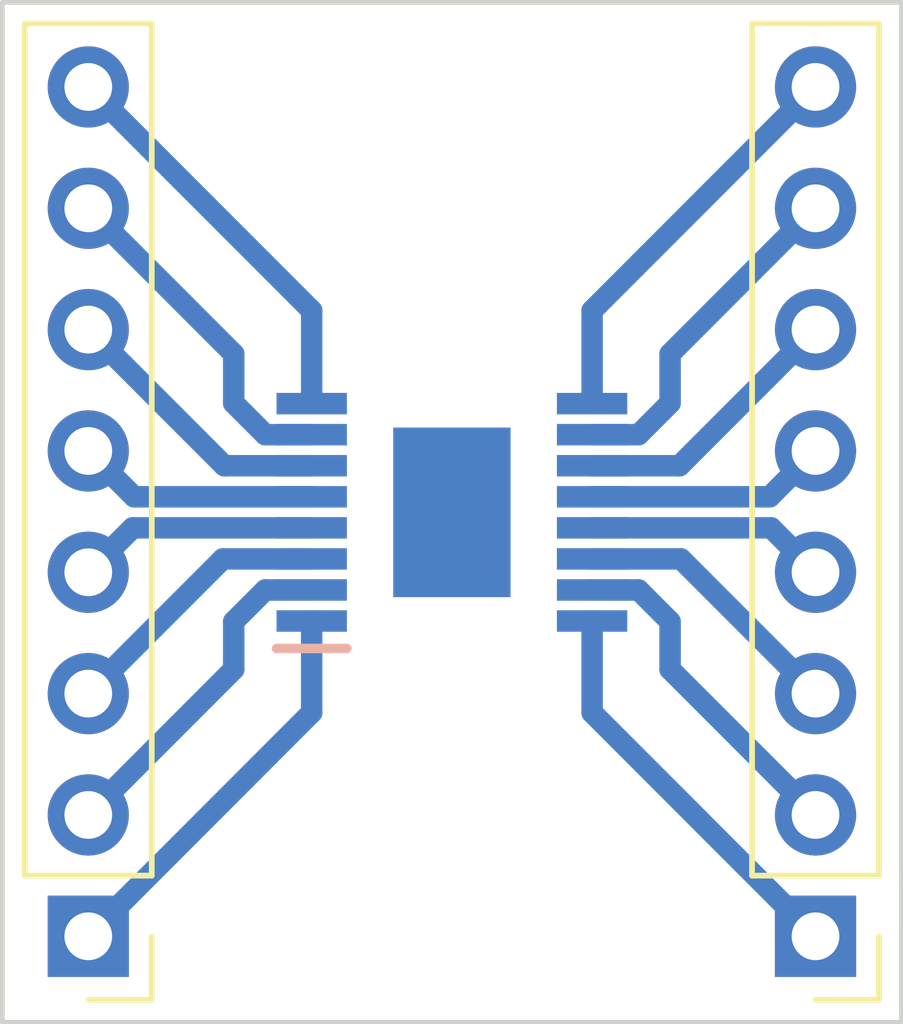
<source format=kicad_pcb>
(kicad_pcb (version 20240108) (generator "pcbnew") (generator_version "8.0")
  (layers (0 "F.Cu" signal) (31 "B.Cu" signal) (34 "B.Paste" user) (35 "F.Paste" user) (36 "B.SilkS" user "B.Silkscreen") (37 "F.SilkS" user "F.Silkscreen") (38 "B.Mask" user) (39 "F.Mask" user) (44 "Edge.Cuts" user))
  (net 0 "")
  (net 1 "GND")
  (net 2 "Net-(IC1-CPH)")
  (net 3 "Net-(IC1-VM)")
  (net 4 "Net-(IC1-PMODE)")
  (net 5 "Net-(IC1-GND)")
  (net 6 "Net-(IC1-PGND)")
  (net 7 "Net-(IC1-CPL)")
  (net 8 "Net-(IC1-VCP)")
  (net 9 "Net-(IC1-OUT2)")
  (net 10 "Net-(IC1-NFAULT)")
  (net 11 "Net-(IC1-IPROPI)")
  (net 12 "Net-(IC1-EN{slash}IN1)")
  (net 13 "Net-(IC1-PH{slash}IN2)")
  (net 14 "Net-(IC1-IMODE)")
  (net 15 "Net-(IC1-NSLEEP)")
  (net 16 "Net-(IC1-VREF)")
  (net 17 "Net-(IC1-OUT1)")
  (footprint "Connector_PinHeader_2.54mm:PinHeader_1x08_P2.54mm_Vertical" (layer "F.Cu") (at 157.988 97.536 180)
    (property "Reference" "J2" (hide yes))
    (property "Value" "Conn_01x08_Pin" (hide yes))
    (fp_line (start 1.33 1.27) (end 1.33 19.11) (stroke (width 0.12)) (layer "F.SilkS"))
    (fp_line (start -1.33 19.11) (end 1.33 19.11) (stroke (width 0.12)) (layer "F.SilkS"))
    (fp_line (start -1.33 1.27) (end 1.33 1.27) (stroke (width 0.12)) (layer "F.SilkS"))
    (fp_line (start -1.33 1.27) (end -1.33 19.11) (stroke (width 0.12)) (layer "F.SilkS"))
    (fp_line (start -1.33 0) (end -1.33 -1.33) (stroke (width 0.12)) (layer "F.SilkS"))
    (fp_line (start -1.33 -1.33) (end 0 -1.33) (stroke (width 0.12)) (layer "F.SilkS"))
    (pad "1" thru_hole rect (at 0 0 180) (size 1.7 1.7) (drill 1) (layers "*.Cu" "*.Mask") (net 12 "Net-(IC1-EN{slash}IN1)"))
    (pad "2" thru_hole oval (at 0 2.54 180) (size 1.7 1.7) (drill 1) (layers "*.Cu" "*.Mask") (net 13 "Net-(IC1-PH{slash}IN2)"))
    (pad "3" thru_hole oval (at 0 5.08 180) (size 1.7 1.7) (drill 1) (layers "*.Cu" "*.Mask") (net 15 "Net-(IC1-NSLEEP)"))
    (pad "4" thru_hole oval (at 0 7.62 180) (size 1.7 1.7) (drill 1) (layers "*.Cu" "*.Mask") (net 10 "Net-(IC1-NFAULT)"))
    (pad "5" thru_hole oval (at 0 10.16 180) (size 1.7 1.7) (drill 1) (layers "*.Cu" "*.Mask") (net 16 "Net-(IC1-VREF)"))
    (pad "6" thru_hole oval (at 0 12.7 180) (size 1.7 1.7) (drill 1) (layers "*.Cu" "*.Mask") (net 11 "Net-(IC1-IPROPI)"))
    (pad "7" thru_hole oval (at 0 15.24 180) (size 1.7 1.7) (drill 1) (layers "*.Cu" "*.Mask") (net 14 "Net-(IC1-IMODE)"))
    (pad "8" thru_hole oval (at 0 17.78 180) (size 1.7 1.7) (drill 1) (layers "*.Cu" "*.Mask") (net 17 "Net-(IC1-OUT1)"))
  )
  (footprint "Connector_PinHeader_2.54mm:PinHeader_1x08_P2.54mm_Vertical" (layer "F.Cu") (at 173.228 97.536 180)
    (property "Reference" "J1" (hide yes))
    (property "Value" "Conn_01x08_Pin" (hide yes))
    (fp_line (start 1.33 1.27) (end 1.33 19.11) (stroke (width 0.12)) (layer "F.SilkS"))
    (fp_line (start -1.33 19.11) (end 1.33 19.11) (stroke (width 0.12)) (layer "F.SilkS"))
    (fp_line (start -1.33 1.27) (end 1.33 1.27) (stroke (width 0.12)) (layer "F.SilkS"))
    (fp_line (start -1.33 1.27) (end -1.33 19.11) (stroke (width 0.12)) (layer "F.SilkS"))
    (fp_line (start -1.33 0) (end -1.33 -1.33) (stroke (width 0.12)) (layer "F.SilkS"))
    (fp_line (start -1.33 -1.33) (end 0 -1.33) (stroke (width 0.12)) (layer "F.SilkS"))
    (pad "1" thru_hole rect (at 0 0 180) (size 1.7 1.7) (drill 1) (layers "*.Cu" "*.Mask") (net 4 "Net-(IC1-PMODE)"))
    (pad "2" thru_hole oval (at 0 2.54 180) (size 1.7 1.7) (drill 1) (layers "*.Cu" "*.Mask") (net 5 "Net-(IC1-GND)"))
    (pad "3" thru_hole oval (at 0 5.08 180) (size 1.7 1.7) (drill 1) (layers "*.Cu" "*.Mask") (net 7 "Net-(IC1-CPL)"))
    (pad "4" thru_hole oval (at 0 7.62 180) (size 1.7 1.7) (drill 1) (layers "*.Cu" "*.Mask") (net 2 "Net-(IC1-CPH)"))
    (pad "5" thru_hole oval (at 0 10.16 180) (size 1.7 1.7) (drill 1) (layers "*.Cu" "*.Mask") (net 8 "Net-(IC1-VCP)"))
    (pad "6" thru_hole oval (at 0 12.7 180) (size 1.7 1.7) (drill 1) (layers "*.Cu" "*.Mask") (net 3 "Net-(IC1-VM)"))
    (pad "7" thru_hole oval (at 0 15.24 180) (size 1.7 1.7) (drill 1) (layers "*.Cu" "*.Mask") (net 9 "Net-(IC1-OUT2)"))
    (pad "8" thru_hole oval (at 0 17.78 180) (size 1.7 1.7) (drill 1) (layers "*.Cu" "*.Mask") (net 6 "Net-(IC1-PGND)"))
  )
  (footprint "sumec-smdV2_library:DRV8874" (layer "B.Cu") (at 165.608 88.661)
    (property "Reference" "IC1" (hide yes))
    (property "Value" "DRV8874PWPR" (hide yes))
    (fp_line (start -2.2 2.85) (end -3.675 2.85) (stroke (width 0.2)) (layer "B.SilkS"))
    (pad "1" smd rect (at -2.938 2.275 270) (size 0.45 1.475) (layers "B.Cu" "B.Paste" "B.Mask") (net 12 "Net-(IC1-EN{slash}IN1)"))
    (pad "2" smd rect (at -2.938 1.625 270) (size 0.45 1.475) (layers "B.Cu" "B.Paste" "B.Mask") (net 13 "Net-(IC1-PH{slash}IN2)"))
    (pad "3" smd rect (at -2.938 0.975 270) (size 0.45 1.475) (layers "B.Cu" "B.Paste" "B.Mask") (net 15 "Net-(IC1-NSLEEP)"))
    (pad "4" smd rect (at -2.938 0.325 270) (size 0.45 1.475) (layers "B.Cu" "B.Paste" "B.Mask") (net 10 "Net-(IC1-NFAULT)"))
    (pad "5" smd rect (at -2.938 -0.325 270) (size 0.45 1.475) (layers "B.Cu" "B.Paste" "B.Mask") (net 16 "Net-(IC1-VREF)"))
    (pad "6" smd rect (at -2.938 -0.975 270) (size 0.45 1.475) (layers "B.Cu" "B.Paste" "B.Mask") (net 11 "Net-(IC1-IPROPI)"))
    (pad "7" smd rect (at -2.938 -1.625 270) (size 0.45 1.475) (layers "B.Cu" "B.Paste" "B.Mask") (net 14 "Net-(IC1-IMODE)"))
    (pad "8" smd rect (at -2.938 -2.275 270) (size 0.45 1.475) (layers "B.Cu" "B.Paste" "B.Mask") (net 17 "Net-(IC1-OUT1)"))
    (pad "9" smd rect (at 2.938 -2.275 270) (size 0.45 1.475) (layers "B.Cu" "B.Paste" "B.Mask") (net 6 "Net-(IC1-PGND)"))
    (pad "10" smd rect (at 2.938 -1.625 270) (size 0.45 1.475) (layers "B.Cu" "B.Paste" "B.Mask") (net 9 "Net-(IC1-OUT2)"))
    (pad "11" smd rect (at 2.938 -0.975 270) (size 0.45 1.475) (layers "B.Cu" "B.Paste" "B.Mask") (net 3 "Net-(IC1-VM)"))
    (pad "12" smd rect (at 2.938 -0.325 270) (size 0.45 1.475) (layers "B.Cu" "B.Paste" "B.Mask") (net 8 "Net-(IC1-VCP)"))
    (pad "13" smd rect (at 2.938 0.325 270) (size 0.45 1.475) (layers "B.Cu" "B.Paste" "B.Mask") (net 2 "Net-(IC1-CPH)"))
    (pad "14" smd rect (at 2.938 0.975 270) (size 0.45 1.475) (layers "B.Cu" "B.Paste" "B.Mask") (net 7 "Net-(IC1-CPL)"))
    (pad "15" smd rect (at 2.938 1.625 270) (size 0.45 1.475) (layers "B.Cu" "B.Paste" "B.Mask") (net 5 "Net-(IC1-GND)"))
    (pad "16" smd rect (at 2.938 2.275 270) (size 0.45 1.475) (layers "B.Cu" "B.Paste" "B.Mask") (net 4 "Net-(IC1-PMODE)"))
    (pad "17" smd rect (at 0 0) (size 2.46 3.55) (layers "B.Cu" "B.Paste" "B.Mask") (net 1 "GND"))
  )
  (gr_rect (start 156.188 77.986) (end 175.028 99.336) (stroke (width 0.1)) (fill none) (layer "Edge.Cuts"))
  (segment (start 168.546 88.986) (end 172.298 88.986) (width 0.45) (layer "B.Cu") (net 2))
  (segment (start 172.298 88.986) (end 173.228 89.916) (width 0.45) (layer "B.Cu") (net 2))
  (segment (start 168.546 87.686) (end 170.378 87.686) (width 0.45) (layer "B.Cu") (net 3))
  (segment (start 170.378 87.686) (end 173.228 84.836) (width 0.45) (layer "B.Cu") (net 3))
  (segment (start 168.546 90.936) (end 168.546 92.854) (width 0.45) (layer "B.Cu") (net 4))
  (segment (start 168.546 92.854) (end 173.228 97.536) (width 0.45) (layer "B.Cu") (net 4))
  (segment (start 168.546 90.286) (end 169.519 90.286) (width 0.45) (layer "B.Cu") (net 5))
  (segment (start 170.18 91.948) (end 173.228 94.996) (width 0.45) (layer "B.Cu") (net 5))
  (segment (start 169.519 90.286) (end 170.18 90.947) (width 0.45) (layer "B.Cu") (net 5))
  (segment (start 170.18 90.947) (end 170.18 91.948) (width 0.45) (layer "B.Cu") (net 5))
  (segment (start 168.546 86.386) (end 168.546 84.438) (width 0.45) (layer "B.Cu") (net 6))
  (segment (start 168.546 84.438) (end 173.228 79.756) (width 0.45) (layer "B.Cu") (net 6))
  (segment (start 168.546 89.636) (end 170.408 89.636) (width 0.45) (layer "B.Cu") (net 7))
  (segment (start 170.408 89.636) (end 173.228 92.456) (width 0.45) (layer "B.Cu") (net 7))
  (segment (start 168.546 88.336) (end 172.268 88.336) (width 0.45) (layer "B.Cu") (net 8))
  (segment (start 172.268 88.336) (end 173.228 87.376) (width 0.45) (layer "B.Cu") (net 8))
  (segment (start 170.18 86.375) (end 170.18 85.344) (width 0.45) (layer "B.Cu") (net 9))
  (segment (start 169.519 87.036) (end 170.18 86.375) (width 0.45) (layer "B.Cu") (net 9))
  (segment (start 168.546 87.036) (end 169.519 87.036) (width 0.45) (layer "B.Cu") (net 9))
  (segment (start 170.18 85.344) (end 173.228 82.296) (width 0.45) (layer "B.Cu") (net 9))
  (segment (start 162.67 88.986) (end 158.918 88.986) (width 0.45) (layer "B.Cu") (net 10))
  (segment (start 158.918 88.986) (end 157.988 89.916) (width 0.45) (layer "B.Cu") (net 10))
  (segment (start 160.838 87.686) (end 162.67 87.686) (width 0.45) (layer "B.Cu") (net 11))
  (segment (start 157.988 84.836) (end 160.838 87.686) (width 0.45) (layer "B.Cu") (net 11))
  (segment (start 162.67 92.854) (end 157.988 97.536) (width 0.45) (layer "B.Cu") (net 12))
  (segment (start 162.67 90.936) (end 162.67 92.854) (width 0.45) (layer "B.Cu") (net 12))
  (segment (start 162.67 90.286) (end 161.697 90.286) (width 0.45) (layer "B.Cu") (net 13))
  (segment (start 161.036 91.948) (end 157.988 94.996) (width 0.45) (layer "B.Cu") (net 13))
  (segment (start 161.697 90.286) (end 161.036 90.947) (width 0.45) (layer "B.Cu") (net 13))
  (segment (start 161.036 90.947) (end 161.036 91.948) (width 0.45) (layer "B.Cu") (net 13))
  (segment (start 161.036 86.375) (end 161.036 85.344) (width 0.45) (layer "B.Cu") (net 14))
  (segment (start 161.697 87.036) (end 161.036 86.375) (width 0.45) (layer "B.Cu") (net 14))
  (segment (start 161.036 85.344) (end 157.988 82.296) (width 0.45) (layer "B.Cu") (net 14))
  (segment (start 162.67 87.036) (end 161.697 87.036) (width 0.45) (layer "B.Cu") (net 14))
  (segment (start 162.67 89.636) (end 160.808 89.636) (width 0.45) (layer "B.Cu") (net 15))
  (segment (start 160.808 89.636) (end 157.988 92.456) (width 0.45) (layer "B.Cu") (net 15))
  (segment (start 158.948 88.336) (end 157.988 87.376) (width 0.45) (layer "B.Cu") (net 16))
  (segment (start 162.67 88.336) (end 158.948 88.336) (width 0.45) (layer "B.Cu") (net 16))
  (segment (start 162.67 84.438) (end 157.988 79.756) (width 0.45) (layer "B.Cu") (net 17))
  (segment (start 162.67 86.386) (end 162.67 84.438) (width 0.45) (layer "B.Cu") (net 17))
)
</source>
